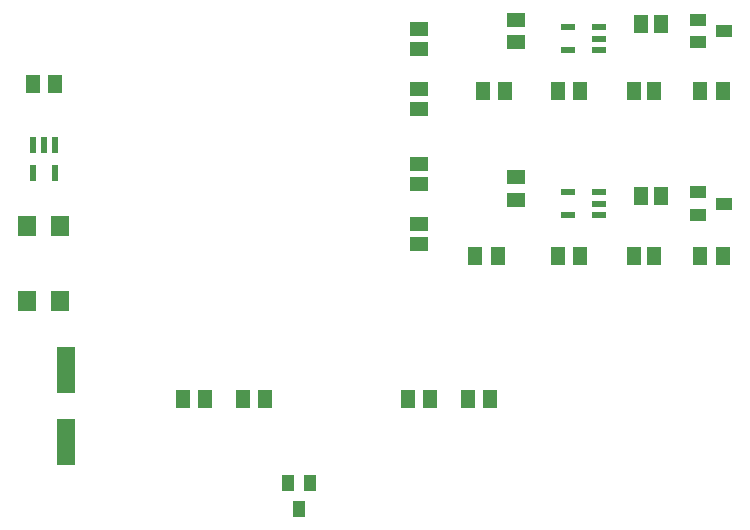
<source format=gtp>
G75*
%MOIN*%
%OFA0B0*%
%FSLAX24Y24*%
%IPPOS*%
%LPD*%
%AMOC8*
5,1,8,0,0,1.08239X$1,22.5*
%
%ADD10R,0.0512X0.0591*%
%ADD11R,0.0394X0.0551*%
%ADD12R,0.0512X0.0630*%
%ADD13R,0.0630X0.0709*%
%ADD14R,0.0472X0.0236*%
%ADD15R,0.0591X0.0512*%
%ADD16R,0.0551X0.0394*%
%ADD17R,0.0220X0.0520*%
%ADD18R,0.0630X0.1575*%
%ADD19R,0.0630X0.0512*%
D10*
X008306Y011333D03*
X009054Y011333D03*
X015806Y011333D03*
X016554Y011333D03*
X016804Y016083D03*
X016056Y016083D03*
X018806Y016083D03*
X019554Y016083D03*
X021345Y016083D03*
X022015Y016083D03*
X022265Y018083D03*
X021595Y018083D03*
X021345Y021583D03*
X022015Y021583D03*
X019554Y021583D03*
X018806Y021583D03*
X017054Y021583D03*
X016306Y021583D03*
X021595Y023833D03*
X022265Y023833D03*
X002054Y021833D03*
X001306Y021833D03*
D11*
X010180Y007650D03*
X009806Y008516D03*
X010554Y008516D03*
D12*
X013806Y011333D03*
X014554Y011333D03*
X007054Y011333D03*
X006306Y011333D03*
X023556Y016083D03*
X024304Y016083D03*
X024304Y021583D03*
X023556Y021583D03*
D13*
X002231Y017083D03*
X001129Y017083D03*
X001129Y014583D03*
X002231Y014583D03*
D14*
X019166Y017459D03*
X019166Y018207D03*
X020194Y018207D03*
X020194Y017833D03*
X020194Y017459D03*
X020194Y022959D03*
X020194Y023333D03*
X020194Y023707D03*
X019166Y023707D03*
X019166Y022959D03*
D15*
X014180Y022999D03*
X014180Y023668D03*
X014180Y021668D03*
X014180Y020999D03*
X014180Y019168D03*
X014180Y018499D03*
X014180Y017168D03*
X014180Y016499D03*
D16*
X023497Y017459D03*
X023497Y018207D03*
X024363Y017833D03*
X023497Y023209D03*
X023497Y023957D03*
X024363Y023583D03*
D17*
X002054Y019803D03*
X001680Y019803D03*
X001306Y019803D03*
X001306Y018863D03*
X002054Y018863D03*
D18*
X002430Y012284D03*
X002430Y009883D03*
D19*
X017430Y017959D03*
X017430Y018707D03*
X017430Y023209D03*
X017430Y023957D03*
M02*

</source>
